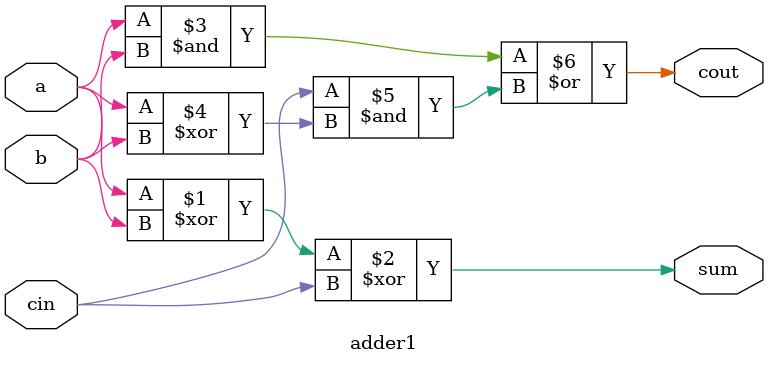
<source format=v>
`timescale 1ns / 1ps

module adder1(input a, input b, input cin, output sum, output cout);
assign sum = a ^ b ^ cin;
assign cout = (a & b) | (cin & (a ^ b));
endmodule

</source>
